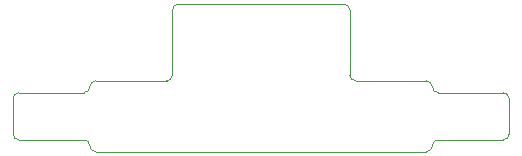
<source format=gbr>
%TF.GenerationSoftware,KiCad,Pcbnew,7.0.8*%
%TF.CreationDate,2023-11-05T18:16:56+01:00*%
%TF.ProjectId,battery-protection,62617474-6572-4792-9d70-726f74656374,2*%
%TF.SameCoordinates,Original*%
%TF.FileFunction,Profile,NP*%
%FSLAX46Y46*%
G04 Gerber Fmt 4.6, Leading zero omitted, Abs format (unit mm)*
G04 Created by KiCad (PCBNEW 7.0.8) date 2023-11-05 18:16:56*
%MOMM*%
%LPD*%
G01*
G04 APERTURE LIST*
%TA.AperFunction,Profile*%
%ADD10C,0.100000*%
%TD*%
G04 APERTURE END LIST*
D10*
X160000000Y-100000000D02*
G75*
G03*
X160500000Y-99500000I0J500000D01*
G01*
X167000000Y-95500000D02*
G75*
G03*
X166500000Y-95000000I-500000J0D01*
G01*
X139000000Y-87500000D02*
X153000000Y-87500000D01*
X166500000Y-99000000D02*
X161000000Y-99000000D01*
X146000000Y-100000000D02*
X132000000Y-100000000D01*
X131000000Y-95000000D02*
G75*
G03*
X131500000Y-94500000I0J500000D01*
G01*
X153500000Y-88000000D02*
G75*
G03*
X153000000Y-87500000I-500000J0D01*
G01*
X125000000Y-98500000D02*
G75*
G03*
X125500000Y-99000000I500000J0D01*
G01*
X125500000Y-95000000D02*
G75*
G03*
X125000000Y-95500000I0J-500000D01*
G01*
X132000000Y-94000000D02*
X138000000Y-94000000D01*
X138000000Y-94000000D02*
G75*
G03*
X138500000Y-93500000I0J500000D01*
G01*
X166500000Y-99000000D02*
G75*
G03*
X167000000Y-98500000I0J500000D01*
G01*
X132000000Y-94000000D02*
G75*
G03*
X131500000Y-94500000I0J-500000D01*
G01*
X125500000Y-99000000D02*
X131000000Y-99000000D01*
X160500000Y-94500000D02*
G75*
G03*
X161000000Y-95000000I500000J0D01*
G01*
X153500000Y-93500000D02*
G75*
G03*
X154000000Y-94000000I500000J0D01*
G01*
X167000000Y-95500000D02*
X167000000Y-98500000D01*
X138500000Y-93500000D02*
X138500000Y-88000000D01*
X160000000Y-94000000D02*
X154000000Y-94000000D01*
X131500000Y-99500000D02*
G75*
G03*
X131000000Y-99000000I-500000J0D01*
G01*
X139000000Y-87500000D02*
G75*
G03*
X138500000Y-88000000I0J-500000D01*
G01*
X146000000Y-100000000D02*
X160000000Y-100000000D01*
X161000000Y-99000000D02*
G75*
G03*
X160500000Y-99500000I0J-500000D01*
G01*
X131500000Y-99500000D02*
G75*
G03*
X132000000Y-100000000I500000J0D01*
G01*
X131000000Y-95000000D02*
X125500000Y-95000000D01*
X125000000Y-95500000D02*
X125000000Y-98500000D01*
X160500000Y-94500000D02*
G75*
G03*
X160000000Y-94000000I-500000J0D01*
G01*
X153500000Y-93500000D02*
X153500000Y-88000000D01*
X161000000Y-95000000D02*
X166500000Y-95000000D01*
M02*

</source>
